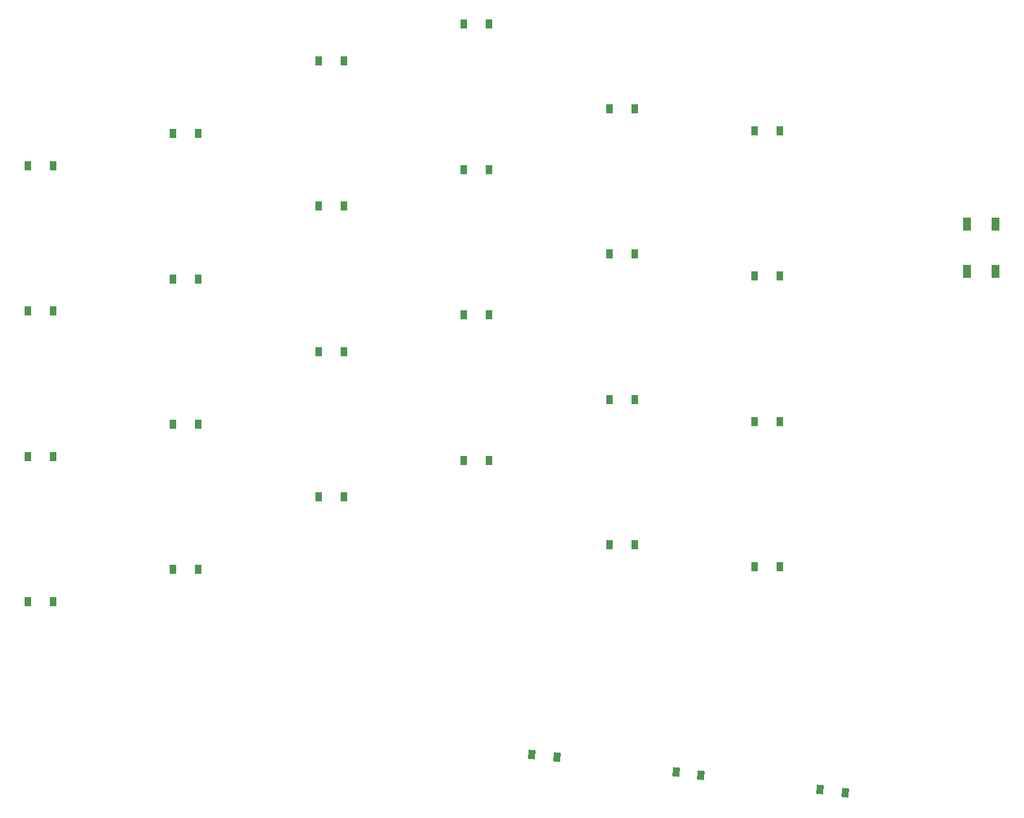
<source format=gbr>
%TF.GenerationSoftware,KiCad,Pcbnew,9.0.1*%
%TF.CreationDate,2025-06-02T17:16:12+02:00*%
%TF.ProjectId,pleiades_l,706c6569-6164-4657-935f-6c2e6b696361,v1.0.0*%
%TF.SameCoordinates,Original*%
%TF.FileFunction,Paste,Top*%
%TF.FilePolarity,Positive*%
%FSLAX46Y46*%
G04 Gerber Fmt 4.6, Leading zero omitted, Abs format (unit mm)*
G04 Created by KiCad (PCBNEW 9.0.1) date 2025-06-02 17:16:12*
%MOMM*%
%LPD*%
G01*
G04 APERTURE LIST*
G04 Aperture macros list*
%AMRotRect*
0 Rectangle, with rotation*
0 The origin of the aperture is its center*
0 $1 length*
0 $2 width*
0 $3 Rotation angle, in degrees counterclockwise*
0 Add horizontal line*
21,1,$1,$2,0,0,$3*%
G04 Aperture macros list end*
%ADD10R,0.900000X1.200000*%
%ADD11RotRect,0.900000X1.200000X353.000000*%
%ADD12R,1.100000X1.800000*%
G04 APERTURE END LIST*
D10*
%TO.C,D1*%
X-1650000Y-7557500D03*
X1650000Y-7557500D03*
%TD*%
%TO.C,D2*%
X-1650000Y11442500D03*
X1650000Y11442500D03*
%TD*%
%TO.C,D3*%
X-1650000Y30442500D03*
X1650000Y30442500D03*
%TD*%
%TO.C,D4*%
X-1650000Y49442500D03*
X1650000Y49442500D03*
%TD*%
%TO.C,D5*%
X17350000Y-3366500D03*
X20650000Y-3366500D03*
%TD*%
%TO.C,D6*%
X17350000Y15633500D03*
X20650000Y15633500D03*
%TD*%
%TO.C,D7*%
X17350000Y34633500D03*
X20650000Y34633500D03*
%TD*%
%TO.C,D8*%
X17350000Y53633500D03*
X20650000Y53633500D03*
%TD*%
%TO.C,D9*%
X36350000Y6158500D03*
X39650000Y6158500D03*
%TD*%
%TO.C,D10*%
X36350000Y25158500D03*
X39650000Y25158500D03*
%TD*%
%TO.C,D11*%
X36350000Y44158500D03*
X39650000Y44158500D03*
%TD*%
%TO.C,D12*%
X36350000Y63158500D03*
X39650000Y63158500D03*
%TD*%
%TO.C,D13*%
X55350000Y10921000D03*
X58650000Y10921000D03*
%TD*%
%TO.C,D14*%
X55350000Y29921000D03*
X58650000Y29921000D03*
%TD*%
%TO.C,D15*%
X55350000Y48921000D03*
X58650000Y48921000D03*
%TD*%
%TO.C,D16*%
X55350000Y67921000D03*
X58650000Y67921000D03*
%TD*%
%TO.C,D17*%
X74350000Y-128000D03*
X77650000Y-128000D03*
%TD*%
%TO.C,D18*%
X74350000Y18872000D03*
X77650000Y18872000D03*
%TD*%
%TO.C,D19*%
X74350000Y37872000D03*
X77650000Y37872000D03*
%TD*%
%TO.C,D20*%
X74350000Y56872000D03*
X77650000Y56872000D03*
%TD*%
%TO.C,D21*%
X93350000Y-2985500D03*
X96650000Y-2985500D03*
%TD*%
%TO.C,D22*%
X93350000Y16014500D03*
X96650000Y16014500D03*
%TD*%
%TO.C,D23*%
X93350000Y35014500D03*
X96650000Y35014500D03*
%TD*%
%TO.C,D24*%
X93350000Y54014500D03*
X96650000Y54014500D03*
%TD*%
D11*
%TO.C,D25*%
X64214513Y-27514383D03*
X67489915Y-27916551D03*
%TD*%
%TO.C,D26*%
X83072890Y-29829900D03*
X86348292Y-30232068D03*
%TD*%
%TO.C,D27*%
X101931267Y-32145418D03*
X105206669Y-32547586D03*
%TD*%
D12*
%TO.C,B1*%
X121150000Y35614500D03*
X121150000Y41814500D03*
X124850000Y35614500D03*
X124850000Y41814500D03*
%TD*%
M02*

</source>
